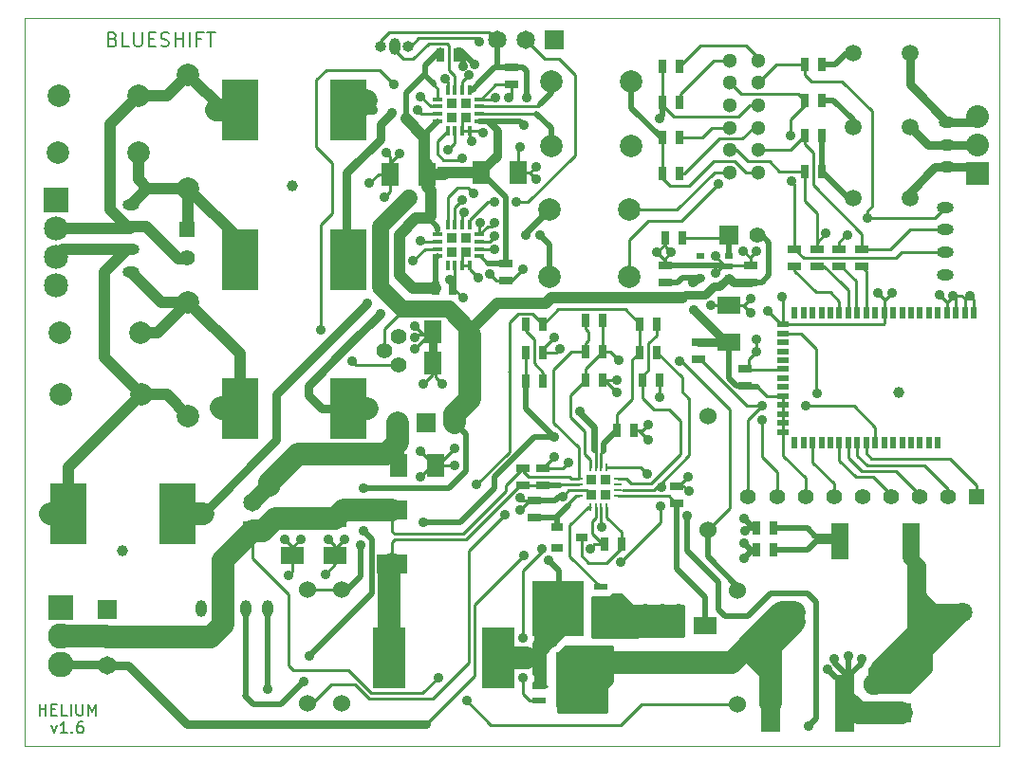
<source format=gtl>
G04 (created by PCBNEW (2013-05-31 BZR 4019)-stable) date 6/10/2014 4:10:54 PM*
%MOIN*%
G04 Gerber Fmt 3.4, Leading zero omitted, Abs format*
%FSLAX34Y34*%
G01*
G70*
G90*
G04 APERTURE LIST*
%ADD10C,0.00590551*%
%ADD11C,0.005*%
%ADD12C,0.0001*%
%ADD13R,0.055X0.055*%
%ADD14C,0.055*%
%ADD15R,0.085X0.085*%
%ADD16C,0.09*%
%ADD17R,0.125984X0.212598*%
%ADD18R,0.0374016X0.0137795*%
%ADD19R,0.0362205X0.0362205*%
%ADD20R,0.0137795X0.0374016*%
%ADD21R,0.065X0.065*%
%ADD22R,0.08X0.08*%
%ADD23C,0.08*%
%ADD24C,0.065*%
%ADD25C,0.06*%
%ADD26R,0.07X0.2*%
%ADD27C,0.0708661*%
%ADD28R,0.0295276X0.00984252*%
%ADD29R,0.00984252X0.0295276*%
%ADD30R,0.0334646X0.0334646*%
%ADD31C,0.0591*%
%ADD32R,0.0393701X0.023622*%
%ADD33R,0.023622X0.0393701*%
%ADD34O,0.0590551X0.0393701*%
%ADD35R,0.0590551X0.0393701*%
%ADD36O,0.0393701X0.0590551*%
%ADD37R,0.114173X0.212598*%
%ADD38R,0.03X0.02*%
%ADD39R,0.0394X0.0315*%
%ADD40R,0.1063X0.0709*%
%ADD41R,0.08X0.06*%
%ADD42R,0.06X0.08*%
%ADD43R,0.025X0.045*%
%ADD44R,0.045X0.025*%
%ADD45R,0.063X0.125*%
%ADD46R,0.181102X0.19685*%
%ADD47R,0.0393701X0.0393701*%
%ADD48R,0.05X0.0240157*%
%ADD49O,0.0393701X0.0393701*%
%ADD50C,0.0787*%
%ADD51C,0.0511811*%
%ADD52C,0.085*%
%ADD53C,0.075*%
%ADD54C,0.0393701*%
%ADD55C,0.0551181*%
%ADD56C,0.035*%
%ADD57C,0.0295276*%
%ADD58C,0.01*%
%ADD59C,0.019685*%
%ADD60C,0.0787402*%
%ADD61C,0.0393701*%
%ADD62C,0.0590551*%
G04 APERTURE END LIST*
G54D10*
G54D11*
X85105Y-23000D02*
X85177Y-23024D01*
X85200Y-23048D01*
X85224Y-23095D01*
X85224Y-23167D01*
X85200Y-23214D01*
X85177Y-23238D01*
X85129Y-23262D01*
X84939Y-23262D01*
X84939Y-22762D01*
X85105Y-22762D01*
X85153Y-22786D01*
X85177Y-22810D01*
X85200Y-22857D01*
X85200Y-22905D01*
X85177Y-22952D01*
X85153Y-22976D01*
X85105Y-23000D01*
X84939Y-23000D01*
X85677Y-23262D02*
X85439Y-23262D01*
X85439Y-22762D01*
X85843Y-22762D02*
X85843Y-23167D01*
X85867Y-23214D01*
X85891Y-23238D01*
X85939Y-23262D01*
X86034Y-23262D01*
X86081Y-23238D01*
X86105Y-23214D01*
X86129Y-23167D01*
X86129Y-22762D01*
X86367Y-23000D02*
X86534Y-23000D01*
X86605Y-23262D02*
X86367Y-23262D01*
X86367Y-22762D01*
X86605Y-22762D01*
X86796Y-23238D02*
X86867Y-23262D01*
X86986Y-23262D01*
X87034Y-23238D01*
X87058Y-23214D01*
X87081Y-23167D01*
X87081Y-23119D01*
X87058Y-23071D01*
X87034Y-23048D01*
X86986Y-23024D01*
X86891Y-23000D01*
X86843Y-22976D01*
X86820Y-22952D01*
X86796Y-22905D01*
X86796Y-22857D01*
X86820Y-22810D01*
X86843Y-22786D01*
X86891Y-22762D01*
X87010Y-22762D01*
X87081Y-22786D01*
X87296Y-23262D02*
X87296Y-22762D01*
X87296Y-23000D02*
X87581Y-23000D01*
X87581Y-23262D02*
X87581Y-22762D01*
X87820Y-23262D02*
X87820Y-22762D01*
X88224Y-23000D02*
X88058Y-23000D01*
X88058Y-23262D02*
X88058Y-22762D01*
X88296Y-22762D01*
X88415Y-22762D02*
X88700Y-22762D01*
X88558Y-23262D02*
X88558Y-22762D01*
G54D12*
X82000Y-47850D02*
X82000Y-22250D01*
G54D10*
X82529Y-46781D02*
X82529Y-46381D01*
X82529Y-46572D02*
X82758Y-46572D01*
X82758Y-46781D02*
X82758Y-46381D01*
X82948Y-46572D02*
X83081Y-46572D01*
X83139Y-46781D02*
X82948Y-46781D01*
X82948Y-46381D01*
X83139Y-46381D01*
X83500Y-46781D02*
X83310Y-46781D01*
X83310Y-46381D01*
X83634Y-46781D02*
X83634Y-46381D01*
X83824Y-46381D02*
X83824Y-46705D01*
X83843Y-46743D01*
X83862Y-46762D01*
X83900Y-46781D01*
X83977Y-46781D01*
X84015Y-46762D01*
X84034Y-46743D01*
X84053Y-46705D01*
X84053Y-46381D01*
X84243Y-46781D02*
X84243Y-46381D01*
X84377Y-46667D01*
X84510Y-46381D01*
X84510Y-46781D01*
X82948Y-47134D02*
X83043Y-47400D01*
X83139Y-47134D01*
X83500Y-47400D02*
X83272Y-47400D01*
X83386Y-47400D02*
X83386Y-47000D01*
X83348Y-47058D01*
X83310Y-47096D01*
X83272Y-47115D01*
X83672Y-47362D02*
X83691Y-47381D01*
X83672Y-47400D01*
X83653Y-47381D01*
X83672Y-47362D01*
X83672Y-47400D01*
X84034Y-47000D02*
X83958Y-47000D01*
X83920Y-47020D01*
X83900Y-47039D01*
X83862Y-47096D01*
X83843Y-47172D01*
X83843Y-47324D01*
X83862Y-47362D01*
X83881Y-47381D01*
X83920Y-47400D01*
X83996Y-47400D01*
X84034Y-47381D01*
X84053Y-47362D01*
X84072Y-47324D01*
X84072Y-47229D01*
X84053Y-47191D01*
X84034Y-47172D01*
X83996Y-47153D01*
X83920Y-47153D01*
X83881Y-47172D01*
X83862Y-47191D01*
X83843Y-47229D01*
G54D12*
X116250Y-47850D02*
X116250Y-47500D01*
X82000Y-47850D02*
X116250Y-47850D01*
X116250Y-22250D02*
X116250Y-47500D01*
X83250Y-22250D02*
X116250Y-22250D01*
X82000Y-22250D02*
X83250Y-22250D01*
G54D13*
X115440Y-39080D03*
G54D14*
X114440Y-39080D03*
X113440Y-39080D03*
X112440Y-39080D03*
X111440Y-39080D03*
X110440Y-39080D03*
X109440Y-39080D03*
X108440Y-39080D03*
X107412Y-39080D03*
G54D15*
X83275Y-43000D03*
G54D16*
X83275Y-44000D03*
X83275Y-45000D03*
G54D17*
X93389Y-25500D03*
X89570Y-25500D03*
X93389Y-30750D03*
X89570Y-30750D03*
G54D18*
X97974Y-25627D03*
G54D19*
X97501Y-25751D03*
X96998Y-25751D03*
X96998Y-25248D03*
X97501Y-25248D03*
G54D18*
X97974Y-25883D03*
X97978Y-25372D03*
X97974Y-25116D03*
G54D20*
X97633Y-24775D03*
X97377Y-24775D03*
X97122Y-24775D03*
X96866Y-24775D03*
X96866Y-26224D03*
X97122Y-26224D03*
X97377Y-26224D03*
X97633Y-26224D03*
G54D18*
X96525Y-25116D03*
X96525Y-25372D03*
X96525Y-25627D03*
X96525Y-25883D03*
G54D21*
X106750Y-29900D03*
G54D14*
X107750Y-29900D03*
G54D13*
X87700Y-29700D03*
G54D14*
X87700Y-30700D03*
G54D22*
X115475Y-27720D03*
G54D23*
X115475Y-26720D03*
X115475Y-25720D03*
G54D21*
X100606Y-23031D03*
G54D24*
X99606Y-23031D03*
X98606Y-23031D03*
G54D21*
X84900Y-43048D03*
G54D24*
X84900Y-44032D03*
X84900Y-45017D03*
G54D25*
X107050Y-46400D03*
X107050Y-42400D03*
G54D26*
X110825Y-46350D03*
X108225Y-46350D03*
G54D18*
X97974Y-30377D03*
G54D19*
X97501Y-30501D03*
G54D18*
X97974Y-30633D03*
X97978Y-30122D03*
X97974Y-29866D03*
G54D20*
X97633Y-29525D03*
X97377Y-29525D03*
X97122Y-29525D03*
X96866Y-29525D03*
X96866Y-30974D03*
X97122Y-30974D03*
X97377Y-30974D03*
X97633Y-30974D03*
G54D18*
X96525Y-29866D03*
X96525Y-30122D03*
X96525Y-30377D03*
X96525Y-30633D03*
G54D19*
X96998Y-30501D03*
X97501Y-29998D03*
X96998Y-29998D03*
G54D27*
X114952Y-43150D03*
X109047Y-43150D03*
G54D28*
X102854Y-38464D03*
X102854Y-38661D03*
X102856Y-38858D03*
X102854Y-39055D03*
G54D29*
X102456Y-38070D03*
X102259Y-38070D03*
X102062Y-38070D03*
X101866Y-38070D03*
G54D28*
X101472Y-38464D03*
X101472Y-38661D03*
X101472Y-38858D03*
X101472Y-39055D03*
G54D29*
X101866Y-39448D03*
X102062Y-39448D03*
X102259Y-39448D03*
X102456Y-39448D03*
G54D30*
X102413Y-39011D03*
X101909Y-39011D03*
X102413Y-38507D03*
X101909Y-38507D03*
G54D31*
X113100Y-28600D03*
X111100Y-28600D03*
X113100Y-23500D03*
X111100Y-23500D03*
G54D32*
X108656Y-33031D03*
X108656Y-33346D03*
X108656Y-33661D03*
X108656Y-33976D03*
X108656Y-34291D03*
X108656Y-34606D03*
X108656Y-34921D03*
X108656Y-35236D03*
X108656Y-35551D03*
X108656Y-35866D03*
X108656Y-36181D03*
X108656Y-36496D03*
X108656Y-36811D03*
G54D33*
X109050Y-37204D03*
X109365Y-37204D03*
X109680Y-37204D03*
X109995Y-37204D03*
X110310Y-37204D03*
X110625Y-37204D03*
X110940Y-37204D03*
X111255Y-37204D03*
X111570Y-37204D03*
X111885Y-37204D03*
X112200Y-37204D03*
X112514Y-37204D03*
X112829Y-37204D03*
X113144Y-37204D03*
X113459Y-37204D03*
X113774Y-37204D03*
X114089Y-37204D03*
X115349Y-32637D03*
X115034Y-32637D03*
X114719Y-32637D03*
X114404Y-32637D03*
X114089Y-32637D03*
X113774Y-32637D03*
X113459Y-32637D03*
X113144Y-32637D03*
X112829Y-32637D03*
X112514Y-32637D03*
X112200Y-32637D03*
X111885Y-32637D03*
X111570Y-32637D03*
X111255Y-32637D03*
X110940Y-32637D03*
X110625Y-32637D03*
X110310Y-32637D03*
X109995Y-32637D03*
X109680Y-32637D03*
X109365Y-32637D03*
X109050Y-32637D03*
G54D34*
X85750Y-29606D03*
X85750Y-30393D03*
X85750Y-31181D03*
X85750Y-28818D03*
G54D24*
X112800Y-45700D03*
G54D21*
X112800Y-46700D03*
G54D35*
X96803Y-27700D03*
X97393Y-27700D03*
G54D21*
X90000Y-40300D03*
G54D24*
X90000Y-39300D03*
G54D36*
X88981Y-43025D03*
X89768Y-43025D03*
X90556Y-43025D03*
X88193Y-43025D03*
G54D24*
X95100Y-36500D03*
G54D21*
X96100Y-36500D03*
G54D24*
X97100Y-36500D03*
G54D37*
X98641Y-44763D03*
X94822Y-44763D03*
G54D17*
X93389Y-36000D03*
X89570Y-36000D03*
X87369Y-39680D03*
X83550Y-39680D03*
G54D38*
X106750Y-31375D03*
X106750Y-30625D03*
X105750Y-31375D03*
X106750Y-31000D03*
X105750Y-30625D03*
G54D39*
X101563Y-40525D03*
X100697Y-40900D03*
X100697Y-40150D03*
G54D40*
X94911Y-39564D03*
X94911Y-41454D03*
G54D41*
X91411Y-39859D03*
X91411Y-41159D03*
G54D42*
X96150Y-27750D03*
X94850Y-27750D03*
X97650Y-34400D03*
X96350Y-34400D03*
X95150Y-38000D03*
X96450Y-38000D03*
X98050Y-27700D03*
X99350Y-27700D03*
G54D41*
X92911Y-39859D03*
X92911Y-41159D03*
G54D42*
X97650Y-33300D03*
X96350Y-33300D03*
G54D41*
X106750Y-33650D03*
X106750Y-32350D03*
X105911Y-44909D03*
X105911Y-43609D03*
X103411Y-44909D03*
X103411Y-43609D03*
X104661Y-44909D03*
X104661Y-43609D03*
G54D43*
X105020Y-25210D03*
X104420Y-25210D03*
X96600Y-23550D03*
X97200Y-23550D03*
X102802Y-36763D03*
X103402Y-36763D03*
G54D44*
X99911Y-39809D03*
X99911Y-39209D03*
X107500Y-31550D03*
X107500Y-30950D03*
X104500Y-31550D03*
X104500Y-30950D03*
X105688Y-34248D03*
X105688Y-33648D03*
G54D43*
X110000Y-23900D03*
X109400Y-23900D03*
X110000Y-27650D03*
X109400Y-27650D03*
X110000Y-25150D03*
X109400Y-25150D03*
G54D44*
X111409Y-30385D03*
X111409Y-30985D03*
X110621Y-30385D03*
X110621Y-30985D03*
X109834Y-30385D03*
X109834Y-30985D03*
X109046Y-30385D03*
X109046Y-30985D03*
G54D43*
X105020Y-27710D03*
X104420Y-27710D03*
X105020Y-26460D03*
X104420Y-26460D03*
X105020Y-23960D03*
X104420Y-23960D03*
X110000Y-26400D03*
X109400Y-26400D03*
X100211Y-33009D03*
X99611Y-33009D03*
G54D44*
X107300Y-35200D03*
X107300Y-34600D03*
G54D43*
X108300Y-40200D03*
X107700Y-40200D03*
X100211Y-35009D03*
X99611Y-35009D03*
G54D44*
X100200Y-38700D03*
X100200Y-38100D03*
X99500Y-38700D03*
X99500Y-38100D03*
G54D43*
X102361Y-40759D03*
X102961Y-40759D03*
X108300Y-40950D03*
X107700Y-40950D03*
X101700Y-34000D03*
X102300Y-34000D03*
G54D44*
X104911Y-39309D03*
X104911Y-38709D03*
G54D43*
X101700Y-35000D03*
X102300Y-35000D03*
X101700Y-32900D03*
X102300Y-32900D03*
X99611Y-34009D03*
X100211Y-34009D03*
X103611Y-33009D03*
X104211Y-33009D03*
X103700Y-35000D03*
X104300Y-35000D03*
G54D44*
X99100Y-24000D03*
X99100Y-24600D03*
X98900Y-30900D03*
X98900Y-31500D03*
G54D43*
X103611Y-34009D03*
X104211Y-34009D03*
X96450Y-31750D03*
X97050Y-31750D03*
G54D45*
X113155Y-40650D03*
X110645Y-40650D03*
G54D25*
X93150Y-42350D03*
X93150Y-46350D03*
X106000Y-40250D03*
X106000Y-36250D03*
X91950Y-46350D03*
X91950Y-42350D03*
G54D46*
X101574Y-45509D03*
G54D47*
X102039Y-46001D03*
X102039Y-45509D03*
X102039Y-45017D03*
G54D48*
X100088Y-46261D03*
X100088Y-44757D03*
X100088Y-45259D03*
X100088Y-45759D03*
G54D46*
X100748Y-43009D03*
G54D47*
X100283Y-42517D03*
X100283Y-43009D03*
X100283Y-43501D03*
G54D48*
X102234Y-42257D03*
X102234Y-43761D03*
X102234Y-43259D03*
X102234Y-42759D03*
G54D49*
X94507Y-23250D03*
G54D36*
X95000Y-23250D03*
G54D49*
X95492Y-23250D03*
G54D34*
X114425Y-26713D03*
X114425Y-25926D03*
X114425Y-27501D03*
G54D50*
X87750Y-36250D03*
X87750Y-32250D03*
X87750Y-28250D03*
X87750Y-24250D03*
G54D51*
X106777Y-23751D03*
X106777Y-24538D03*
X106777Y-25326D03*
X106777Y-26113D03*
X106777Y-26901D03*
X106777Y-27688D03*
X107762Y-27688D03*
X107762Y-26901D03*
X107762Y-26113D03*
X107762Y-25326D03*
X107762Y-24538D03*
X107762Y-23751D03*
G54D50*
X100500Y-26750D03*
X103311Y-26750D03*
X100500Y-24500D03*
X103311Y-24500D03*
X103240Y-31360D03*
X100428Y-31360D03*
X103250Y-29000D03*
X100438Y-29000D03*
X86100Y-35500D03*
X83288Y-35500D03*
X83250Y-33325D03*
X86061Y-33325D03*
X83200Y-25000D03*
X86011Y-25000D03*
X86000Y-27000D03*
X83188Y-27000D03*
G54D31*
X113100Y-26075D03*
X111100Y-26075D03*
G54D43*
X105100Y-30000D03*
X104500Y-30000D03*
G54D15*
X83100Y-28650D03*
G54D52*
X83100Y-29650D03*
X83100Y-30650D03*
X83100Y-31650D03*
G54D53*
X111850Y-45700D03*
G54D22*
X111850Y-46700D03*
G54D54*
X91400Y-28150D03*
X112700Y-35425D03*
X85450Y-40975D03*
G54D34*
X114340Y-30493D03*
X114340Y-29706D03*
X114340Y-28918D03*
X114340Y-31281D03*
G54D55*
X95150Y-34460D03*
X94650Y-33960D03*
X95150Y-33460D03*
G54D56*
X96660Y-35120D03*
X96020Y-35120D03*
X95700Y-33900D03*
X110950Y-44700D03*
X110450Y-44800D03*
X111400Y-44800D03*
X110200Y-45150D03*
X107275Y-39850D03*
X107300Y-40300D03*
X107275Y-40725D03*
X107275Y-41250D03*
X100600Y-33500D03*
X100800Y-33900D03*
X97100Y-38000D03*
X97100Y-37400D03*
X95900Y-38400D03*
X95900Y-37500D03*
X100900Y-39080D03*
X107700Y-33550D03*
X107700Y-34000D03*
X97598Y-24271D03*
X97425Y-23950D03*
X97795Y-23877D03*
X97450Y-29100D03*
X97400Y-32100D03*
X96950Y-31450D03*
X107250Y-30450D03*
X107700Y-30450D03*
X106120Y-32360D03*
X106260Y-31240D03*
X106260Y-30640D03*
X94635Y-28565D03*
X94125Y-28060D03*
X99400Y-39560D03*
X99420Y-39120D03*
X102760Y-42760D03*
X102738Y-43761D03*
X102760Y-43280D03*
X103200Y-43020D03*
X103800Y-43020D03*
X104400Y-43020D03*
X104980Y-43020D03*
X92560Y-41820D03*
X91280Y-41860D03*
X93240Y-40580D03*
X92680Y-40580D03*
X91700Y-40580D03*
X91140Y-40580D03*
X95180Y-27020D03*
X94720Y-27000D03*
X115200Y-32020D03*
X114620Y-32020D03*
X112480Y-31920D03*
X111960Y-31920D03*
X108120Y-32560D03*
X108600Y-32060D03*
X107500Y-32120D03*
X107520Y-32620D03*
X95700Y-33500D03*
X95700Y-33100D03*
X96880Y-26900D03*
X104220Y-30500D03*
X104720Y-30500D03*
X114150Y-32000D03*
X96535Y-45452D03*
X97527Y-46267D03*
X99559Y-41157D03*
X102956Y-41397D03*
X104350Y-39425D03*
X104362Y-38748D03*
X97975Y-23100D03*
X99400Y-26800D03*
X103913Y-37094D03*
X103913Y-36547D03*
X105307Y-38381D03*
X97942Y-31397D03*
X98356Y-31269D03*
X101100Y-37900D03*
X100600Y-37700D03*
X99960Y-27480D03*
X99960Y-27920D03*
X102800Y-35440D03*
X97700Y-26600D03*
X99000Y-25050D03*
X98550Y-25050D03*
X98525Y-29450D03*
X98000Y-29450D03*
X98100Y-26300D03*
X105350Y-38875D03*
X102800Y-35000D03*
X104300Y-35600D03*
X99500Y-31100D03*
X99291Y-28740D03*
X98503Y-28740D03*
X109437Y-35901D03*
X107905Y-35897D03*
X111600Y-29300D03*
X110920Y-29880D03*
X99625Y-29875D03*
X98525Y-29925D03*
X100100Y-29900D03*
X98500Y-30400D03*
X105019Y-34318D03*
X102870Y-34299D03*
X94900Y-25600D03*
X95800Y-25500D03*
X94500Y-32650D03*
X95900Y-30100D03*
X94050Y-32300D03*
X95650Y-30800D03*
X97380Y-27180D03*
X97380Y-28660D03*
X96000Y-40000D03*
X93800Y-40800D03*
X100600Y-36980D03*
X101500Y-36100D03*
X90535Y-45854D03*
X103874Y-38303D03*
X105267Y-39763D03*
X109550Y-47150D03*
X94250Y-25500D03*
X95925Y-25025D03*
X104300Y-25800D03*
X106360Y-28080D03*
X110140Y-29840D03*
X107905Y-36385D03*
X109842Y-35468D03*
X94980Y-24600D03*
X92420Y-33240D03*
X93500Y-34320D03*
X96760Y-24400D03*
X97760Y-28420D03*
X99655Y-25049D03*
X99537Y-26023D03*
X108920Y-26380D03*
X108940Y-27980D03*
X100420Y-41320D03*
X101875Y-40910D03*
X102283Y-40167D03*
X100187Y-40935D03*
X99517Y-44055D03*
X99517Y-45462D03*
X97881Y-38661D03*
X98881Y-39740D03*
X91800Y-45600D03*
X93900Y-38800D03*
X93900Y-40300D03*
X92000Y-44700D03*
X95085Y-29005D03*
X95500Y-28600D03*
X96800Y-27700D03*
X105500Y-32520D03*
X105480Y-31560D03*
G54D57*
X96350Y-34400D02*
X96350Y-33300D01*
G54D58*
X96350Y-34400D02*
X96350Y-34790D01*
X96440Y-34490D02*
X96350Y-34400D01*
X96440Y-34900D02*
X96440Y-34490D01*
X96660Y-35120D02*
X96440Y-34900D01*
X96350Y-34790D02*
X96020Y-35120D01*
X96200Y-33400D02*
X95700Y-33900D01*
X96350Y-33400D02*
X96200Y-33400D01*
G54D59*
X110950Y-46350D02*
X110950Y-44700D01*
X110450Y-44800D02*
X110450Y-44925D01*
X110450Y-44925D02*
X110950Y-45425D01*
X110950Y-45425D02*
X110950Y-46350D01*
X111400Y-44800D02*
X111400Y-44950D01*
X111400Y-44950D02*
X110950Y-45400D01*
X110950Y-45400D02*
X110950Y-46350D01*
X110350Y-45300D02*
X110500Y-45450D01*
X110200Y-45150D02*
X110350Y-45300D01*
X110950Y-45850D02*
X110950Y-46350D01*
X110550Y-45450D02*
X110950Y-45850D01*
X110500Y-45450D02*
X110550Y-45450D01*
X110950Y-46350D02*
X110950Y-45925D01*
X110950Y-46350D02*
X110950Y-46075D01*
X110875Y-46350D02*
X110950Y-46350D01*
G54D60*
X111825Y-46700D02*
X111300Y-46700D01*
X111300Y-46700D02*
X110950Y-46350D01*
G54D59*
X107700Y-40200D02*
X107400Y-40200D01*
X107625Y-40200D02*
X107700Y-40200D01*
X107275Y-39850D02*
X107625Y-40200D01*
X107400Y-40200D02*
X107300Y-40300D01*
X107700Y-40950D02*
X107575Y-40950D01*
X107500Y-40950D02*
X107700Y-40950D01*
X107275Y-40725D02*
X107500Y-40950D01*
X107575Y-40950D02*
X107275Y-41250D01*
G54D60*
X112800Y-46700D02*
X111825Y-46700D01*
X111825Y-46700D02*
X111900Y-46700D01*
G54D59*
X110950Y-46350D02*
X110950Y-45450D01*
X110950Y-45400D02*
X110950Y-46350D01*
G54D58*
X100211Y-34009D02*
X100690Y-34009D01*
X100211Y-33888D02*
X100211Y-34009D01*
X100600Y-33500D02*
X100211Y-33888D01*
X100690Y-34009D02*
X100800Y-33900D01*
X96450Y-38000D02*
X96500Y-38000D01*
X97100Y-38000D02*
X96450Y-38000D01*
X96500Y-38000D02*
X97100Y-37400D01*
X96450Y-38000D02*
X96400Y-38000D01*
X96300Y-38000D02*
X96450Y-38000D01*
X95900Y-38400D02*
X96300Y-38000D01*
X96400Y-38000D02*
X95900Y-37500D01*
X115034Y-32637D02*
X115034Y-32134D01*
X114920Y-32020D02*
X114620Y-32020D01*
X115034Y-32134D02*
X114920Y-32020D01*
X114404Y-32637D02*
X114404Y-32254D01*
G54D59*
X100900Y-39080D02*
X100770Y-39080D01*
G54D58*
X101121Y-38858D02*
X100900Y-39080D01*
X101472Y-38858D02*
X101121Y-38858D01*
G54D59*
X100640Y-39209D02*
X99911Y-39209D01*
X100770Y-39080D02*
X100640Y-39209D01*
G54D58*
X107437Y-34262D02*
X107700Y-34000D01*
X107437Y-34609D02*
X107437Y-34262D01*
X107700Y-34000D02*
X107700Y-33550D01*
X115200Y-32020D02*
X115180Y-32020D01*
X115034Y-32165D02*
X115034Y-32637D01*
X115180Y-32020D02*
X115034Y-32165D01*
X114600Y-32000D02*
X114600Y-32050D01*
X114404Y-32245D02*
X114404Y-32637D01*
X114600Y-32050D02*
X114404Y-32245D01*
X107437Y-34609D02*
X108653Y-34609D01*
X108653Y-34609D02*
X108656Y-34606D01*
X97377Y-24492D02*
X97598Y-24271D01*
X97377Y-24775D02*
X97377Y-24492D01*
G54D59*
X97200Y-23400D02*
X97317Y-23400D01*
X97381Y-23581D02*
X97200Y-23400D01*
X97444Y-23930D02*
X97381Y-23581D01*
X97425Y-23950D02*
X97444Y-23930D01*
X97317Y-23400D02*
X97795Y-23877D01*
G54D58*
X97377Y-29525D02*
X97377Y-29172D01*
X97377Y-29172D02*
X97450Y-29100D01*
X97050Y-31750D02*
X97050Y-31550D01*
X97400Y-32100D02*
X97050Y-31750D01*
X97050Y-31550D02*
X96950Y-31450D01*
X107500Y-30950D02*
X107500Y-30650D01*
X107500Y-30700D02*
X107500Y-30950D01*
X107250Y-30450D02*
X107500Y-30700D01*
X107500Y-30650D02*
X107700Y-30450D01*
X106750Y-32350D02*
X106130Y-32350D01*
X106130Y-32350D02*
X106120Y-32360D01*
X106750Y-31000D02*
X106620Y-31000D01*
X106260Y-31240D02*
X106500Y-31000D01*
X106620Y-31000D02*
X106260Y-30640D01*
X94850Y-27750D02*
X94435Y-27750D01*
X94850Y-28350D02*
X94850Y-27750D01*
X94635Y-28565D02*
X94850Y-28350D01*
X94435Y-27750D02*
X94125Y-28060D01*
X99911Y-39209D02*
X99509Y-39209D01*
X99750Y-39209D02*
X99911Y-39209D01*
X99400Y-39560D02*
X99750Y-39209D01*
X99509Y-39209D02*
X99420Y-39120D01*
X102234Y-42759D02*
X102759Y-42759D01*
X102759Y-42759D02*
X102760Y-42760D01*
X102234Y-43259D02*
X102739Y-43259D01*
X102760Y-43280D02*
X102739Y-43259D01*
X102234Y-43761D02*
X102738Y-43761D01*
X102738Y-43761D02*
X102740Y-43760D01*
X103411Y-43609D02*
X103411Y-43408D01*
X103411Y-43231D02*
X103411Y-43609D01*
X103200Y-43020D02*
X103411Y-43231D01*
X103411Y-43408D02*
X103800Y-43020D01*
X104661Y-43609D02*
X104661Y-43338D01*
X104661Y-43281D02*
X104661Y-43609D01*
X104400Y-43020D02*
X104661Y-43281D01*
X104661Y-43338D02*
X104980Y-43020D01*
X92911Y-41159D02*
X92911Y-41468D01*
X92911Y-41468D02*
X92560Y-41820D01*
X91411Y-41159D02*
X91411Y-41728D01*
X91411Y-41728D02*
X91280Y-41860D01*
X92911Y-41159D02*
X92911Y-40811D01*
X92911Y-40908D02*
X92911Y-41159D01*
X93240Y-40580D02*
X92911Y-40908D01*
X92911Y-40811D02*
X92680Y-40580D01*
X91411Y-41159D02*
X91411Y-40851D01*
X91411Y-40868D02*
X91411Y-41159D01*
X91700Y-40580D02*
X91411Y-40868D01*
X91411Y-40851D02*
X91140Y-40580D01*
X94850Y-27750D02*
X94850Y-27130D01*
X94850Y-27350D02*
X94850Y-27750D01*
X95180Y-27020D02*
X94850Y-27350D01*
X94850Y-27130D02*
X94720Y-27000D01*
X114719Y-32637D02*
X114719Y-32119D01*
X114719Y-32119D02*
X114600Y-32000D01*
X114600Y-32000D02*
X114620Y-32020D01*
X115349Y-32637D02*
X115349Y-32169D01*
X115349Y-32169D02*
X115200Y-32020D01*
X112200Y-32637D02*
X112200Y-32160D01*
X112200Y-32200D02*
X112200Y-32637D01*
X112480Y-31920D02*
X112200Y-32200D01*
X112200Y-32160D02*
X111960Y-31920D01*
X108656Y-33031D02*
X108656Y-32116D01*
X108591Y-33031D02*
X108656Y-33031D01*
X108120Y-32560D02*
X108591Y-33031D01*
X108656Y-32116D02*
X108600Y-32060D01*
X104500Y-30950D02*
X104500Y-30720D01*
X104500Y-30780D02*
X104500Y-30950D01*
X106750Y-32350D02*
X107270Y-32350D01*
X107270Y-32350D02*
X107500Y-32120D01*
X107250Y-32350D02*
X106750Y-32350D01*
X107520Y-32620D02*
X107250Y-32350D01*
X96350Y-33400D02*
X96000Y-33400D01*
X95800Y-33400D02*
X96350Y-33400D01*
X95700Y-33500D02*
X95800Y-33400D01*
X96000Y-33400D02*
X95700Y-33100D01*
G54D59*
X104500Y-30950D02*
X106450Y-30950D01*
X106500Y-31000D02*
X106750Y-31000D01*
X106450Y-30950D02*
X106500Y-31000D01*
G54D58*
X107500Y-30950D02*
X106800Y-30950D01*
X106800Y-30950D02*
X106750Y-31000D01*
X101472Y-38858D02*
X101755Y-38858D01*
X101755Y-38858D02*
X101909Y-39011D01*
X108656Y-33031D02*
X112168Y-33031D01*
X112200Y-33000D02*
X112200Y-32637D01*
X112168Y-33031D02*
X112200Y-33000D01*
X97122Y-26224D02*
X97122Y-26657D01*
X97122Y-26657D02*
X96880Y-26900D01*
X97122Y-30974D02*
X97122Y-31677D01*
X97122Y-31677D02*
X97050Y-31750D01*
X104720Y-30500D02*
X104700Y-30500D01*
X104500Y-30300D02*
X104500Y-30000D01*
X104700Y-30500D02*
X104500Y-30300D01*
X104500Y-30000D02*
X104500Y-30220D01*
X104500Y-30220D02*
X104220Y-30500D01*
X104220Y-30500D02*
X104500Y-30780D01*
X104500Y-30720D02*
X104720Y-30500D01*
X114404Y-32254D02*
X114150Y-32000D01*
G54D60*
X83275Y-44000D02*
X84867Y-44000D01*
X84867Y-44000D02*
X84900Y-44032D01*
X84900Y-44032D02*
X88542Y-44032D01*
X88542Y-44032D02*
X88550Y-44025D01*
X88550Y-44025D02*
X88981Y-43593D01*
X88981Y-43593D02*
X88981Y-43025D01*
X90000Y-40300D02*
X90375Y-40300D01*
X90815Y-39859D02*
X91411Y-39859D01*
X90375Y-40300D02*
X90815Y-39859D01*
G54D58*
X91431Y-45181D02*
X91275Y-45025D01*
X107050Y-46400D02*
X103661Y-46397D01*
X94192Y-45996D02*
X93377Y-45181D01*
X95992Y-45996D02*
X94192Y-45996D01*
X96535Y-45452D02*
X95992Y-45996D01*
X98374Y-47114D02*
X97527Y-46267D01*
X102944Y-47114D02*
X98374Y-47114D01*
X103661Y-46397D02*
X102944Y-47114D01*
X93377Y-45181D02*
X91431Y-45181D01*
X90000Y-41250D02*
X90000Y-40300D01*
X91275Y-42525D02*
X90000Y-41250D01*
X91275Y-45025D02*
X91275Y-42525D01*
G54D60*
X88981Y-41318D02*
X90000Y-40300D01*
X88981Y-43025D02*
X88981Y-41318D01*
G54D58*
X99500Y-38100D02*
X98900Y-38700D01*
X94911Y-40311D02*
X95000Y-40400D01*
X95000Y-40400D02*
X97300Y-40400D01*
X94911Y-40311D02*
X94911Y-39564D01*
X97400Y-40400D02*
X97300Y-40400D01*
X98900Y-38900D02*
X97400Y-40400D01*
X98900Y-38800D02*
X98900Y-38900D01*
X98900Y-38700D02*
X98900Y-38800D01*
X99500Y-38100D02*
X99500Y-38200D01*
X100200Y-38400D02*
X101150Y-38400D01*
X101150Y-38400D02*
X101214Y-38464D01*
X101214Y-38464D02*
X101472Y-38464D01*
X99700Y-38400D02*
X100200Y-38400D01*
X99500Y-38200D02*
X99700Y-38400D01*
X101472Y-38464D02*
X101472Y-37370D01*
X101472Y-37370D02*
X100582Y-36480D01*
X100582Y-36480D02*
X100582Y-34625D01*
X100582Y-34625D02*
X101208Y-34000D01*
X101208Y-34000D02*
X101700Y-34000D01*
G54D61*
X91090Y-39859D02*
X91411Y-39859D01*
G54D60*
X92911Y-39859D02*
X91411Y-39859D01*
X94911Y-39564D02*
X93206Y-39564D01*
X93206Y-39564D02*
X92911Y-39859D01*
G54D58*
X101700Y-34000D02*
X101700Y-33700D01*
X101700Y-33200D02*
X101700Y-32900D01*
X101800Y-33300D02*
X101700Y-33200D01*
X101800Y-33600D02*
X101800Y-33300D01*
X101700Y-33700D02*
X101800Y-33600D01*
X99500Y-38100D02*
X99600Y-38100D01*
X99300Y-38100D02*
X99500Y-38100D01*
G54D62*
X92911Y-39859D02*
X93206Y-39564D01*
G54D59*
X94911Y-39564D02*
X93206Y-39564D01*
G54D57*
X83275Y-45000D02*
X84882Y-45000D01*
X84882Y-45000D02*
X84900Y-45017D01*
X85649Y-45027D02*
X84910Y-45027D01*
X84910Y-45027D02*
X84900Y-45017D01*
X85649Y-45027D02*
X87700Y-47078D01*
X87700Y-47078D02*
X96118Y-47078D01*
G54D58*
X96118Y-47078D02*
X97811Y-45385D01*
X97811Y-45385D02*
X97811Y-42905D01*
X97811Y-42905D02*
X99559Y-41157D01*
X102956Y-41397D02*
X104350Y-40003D01*
X104350Y-40003D02*
X104350Y-39425D01*
X104362Y-38748D02*
X104309Y-38694D01*
X104309Y-38694D02*
X104285Y-38694D01*
G54D57*
X85647Y-45025D02*
X85649Y-45027D01*
G54D58*
X103003Y-38858D02*
X104122Y-38858D01*
X105098Y-34896D02*
X104211Y-34009D01*
X105098Y-35389D02*
X105098Y-34896D01*
X105358Y-35649D02*
X105098Y-35389D01*
X105358Y-37622D02*
X105358Y-35649D01*
X104122Y-38858D02*
X104285Y-38694D01*
X104285Y-38694D02*
X104332Y-38647D01*
X104332Y-38647D02*
X105358Y-37622D01*
X95492Y-23250D02*
X95575Y-23250D01*
X97850Y-22950D02*
X97975Y-23100D01*
X95850Y-22950D02*
X97850Y-22950D01*
X95575Y-23250D02*
X95850Y-22950D01*
X99350Y-27700D02*
X99350Y-26850D01*
X99350Y-26850D02*
X99400Y-26800D01*
X103402Y-36763D02*
X103696Y-36763D01*
X103582Y-36763D02*
X103402Y-36763D01*
X103913Y-37094D02*
X103582Y-36763D01*
X103696Y-36763D02*
X103913Y-36547D01*
X104911Y-38709D02*
X104979Y-38709D01*
X104979Y-38709D02*
X105307Y-38381D01*
X98900Y-31500D02*
X98586Y-31500D01*
X97633Y-31088D02*
X97633Y-30974D01*
X97942Y-31397D02*
X97633Y-31088D01*
X98586Y-31500D02*
X98356Y-31269D01*
X97377Y-26224D02*
X97377Y-25875D01*
X97377Y-25875D02*
X97501Y-25751D01*
X98900Y-31500D02*
X99100Y-31500D01*
X99100Y-31500D02*
X99500Y-31100D01*
X100200Y-38100D02*
X100500Y-37800D01*
X100900Y-38100D02*
X100200Y-38100D01*
X101100Y-37900D02*
X100900Y-38100D01*
X100500Y-37800D02*
X100600Y-37700D01*
X97377Y-30974D02*
X97377Y-30625D01*
X97377Y-30625D02*
X97501Y-30501D01*
X97633Y-26224D02*
X97377Y-26224D01*
X97633Y-30974D02*
X97377Y-30974D01*
X99350Y-27700D02*
X99740Y-27700D01*
X99740Y-27700D02*
X99960Y-27480D01*
X99960Y-27920D02*
X99740Y-27700D01*
X102300Y-35000D02*
X102360Y-35000D01*
X102360Y-35000D02*
X102800Y-35440D01*
X97633Y-26224D02*
X97633Y-26533D01*
X97633Y-26533D02*
X97700Y-26600D01*
X99100Y-24600D02*
X99100Y-24950D01*
X99100Y-24950D02*
X99000Y-25050D01*
X97974Y-25116D02*
X98483Y-25116D01*
X98483Y-25116D02*
X98550Y-25050D01*
X97974Y-29866D02*
X97974Y-29475D01*
X98265Y-29575D02*
X97974Y-29866D01*
X98400Y-29575D02*
X98265Y-29575D01*
X98525Y-29450D02*
X98400Y-29575D01*
X97974Y-29475D02*
X98000Y-29450D01*
X97633Y-26224D02*
X98024Y-26224D01*
X98024Y-26224D02*
X98100Y-26300D01*
X104911Y-38709D02*
X105129Y-38709D01*
X105129Y-38709D02*
X105350Y-38875D01*
X102800Y-35000D02*
X102300Y-35000D01*
X104300Y-35000D02*
X104300Y-35600D01*
X97974Y-25116D02*
X98033Y-25116D01*
X98550Y-24600D02*
X99100Y-24600D01*
X98033Y-25116D02*
X98550Y-24600D01*
X97633Y-29525D02*
X97633Y-29374D01*
X100275Y-23700D02*
X99606Y-23031D01*
X100787Y-23700D02*
X100275Y-23700D01*
X101338Y-24251D02*
X100787Y-23700D01*
X101338Y-27086D02*
X101338Y-24251D01*
X99685Y-28740D02*
X101338Y-27086D01*
X99606Y-28740D02*
X99685Y-28740D01*
X99291Y-28740D02*
X99606Y-28740D01*
X98267Y-28740D02*
X98503Y-28740D01*
X97633Y-29374D02*
X98267Y-28740D01*
X105020Y-27710D02*
X105190Y-27710D01*
X107606Y-26113D02*
X107220Y-26500D01*
X107606Y-26113D02*
X107762Y-26113D01*
X107220Y-26500D02*
X106400Y-26500D01*
X106400Y-26500D02*
X105470Y-27430D01*
X105190Y-27710D02*
X105470Y-27430D01*
G54D61*
X85750Y-30393D02*
X83356Y-30393D01*
X83356Y-30393D02*
X83100Y-30650D01*
X86100Y-35500D02*
X84800Y-34200D01*
X85606Y-30393D02*
X85750Y-30393D01*
X84800Y-31200D02*
X85606Y-30393D01*
X84800Y-34200D02*
X84800Y-31200D01*
X86100Y-35500D02*
X87000Y-35500D01*
X87000Y-35500D02*
X87750Y-36250D01*
X83550Y-39680D02*
X83550Y-38049D01*
X83550Y-38049D02*
X86100Y-35500D01*
G54D60*
X83550Y-39680D02*
X82920Y-39680D01*
X82920Y-39680D02*
X82900Y-39700D01*
G54D61*
X86061Y-33325D02*
X86675Y-33325D01*
X86675Y-33325D02*
X87750Y-32250D01*
X87750Y-32250D02*
X86818Y-32250D01*
X86818Y-32250D02*
X85750Y-31181D01*
X89570Y-36000D02*
X89570Y-34070D01*
X89570Y-34070D02*
X87750Y-32250D01*
G54D60*
X89570Y-36000D02*
X88950Y-36000D01*
X88950Y-36000D02*
X88900Y-35950D01*
G54D58*
X110940Y-32637D02*
X110940Y-31840D01*
X110940Y-31840D02*
X110700Y-31600D01*
X109834Y-30985D02*
X110085Y-30985D01*
X110085Y-30985D02*
X110700Y-31600D01*
X114440Y-39080D02*
X114440Y-38840D01*
X111255Y-37655D02*
X111255Y-37204D01*
X111600Y-38000D02*
X111255Y-37655D01*
X113600Y-38000D02*
X111600Y-38000D01*
X114440Y-38840D02*
X113600Y-38000D01*
X113440Y-39080D02*
X113440Y-39040D01*
X110940Y-37740D02*
X110940Y-37204D01*
X111400Y-38200D02*
X110940Y-37740D01*
X112600Y-38200D02*
X111400Y-38200D01*
X113440Y-39040D02*
X112600Y-38200D01*
X112440Y-39080D02*
X112440Y-39040D01*
X110625Y-37825D02*
X110625Y-37204D01*
X111200Y-38400D02*
X110625Y-37825D01*
X111800Y-38400D02*
X111200Y-38400D01*
X112440Y-39040D02*
X111800Y-38400D01*
X107412Y-39080D02*
X107412Y-36390D01*
X107412Y-36390D02*
X107905Y-35897D01*
X105688Y-34248D02*
X105740Y-34248D01*
X111885Y-36656D02*
X111885Y-37204D01*
X111129Y-35901D02*
X111885Y-36656D01*
X109437Y-35901D02*
X111129Y-35901D01*
X107389Y-35897D02*
X107905Y-35897D01*
X105740Y-34248D02*
X107389Y-35897D01*
X111570Y-32637D02*
X111570Y-31146D01*
X111570Y-31146D02*
X111409Y-30985D01*
G54D57*
X114425Y-26713D02*
X115468Y-26713D01*
X115468Y-26713D02*
X115475Y-26720D01*
X114425Y-26713D02*
X113738Y-26713D01*
X113738Y-26713D02*
X113100Y-26075D01*
G54D58*
X111200Y-31500D02*
X111200Y-32582D01*
X111200Y-32582D02*
X111255Y-32637D01*
X110621Y-30985D02*
X110685Y-30985D01*
X110685Y-30985D02*
X111200Y-31500D01*
X109046Y-30985D02*
X109046Y-31146D01*
X110625Y-32225D02*
X110625Y-32637D01*
X110300Y-31900D02*
X110625Y-32225D01*
X109800Y-31900D02*
X110300Y-31900D01*
X109046Y-31146D02*
X109800Y-31900D01*
X115440Y-39080D02*
X115440Y-38690D01*
X111570Y-37570D02*
X111570Y-37204D01*
X111750Y-37750D02*
X111570Y-37570D01*
X114500Y-37750D02*
X111750Y-37750D01*
X115440Y-38690D02*
X114500Y-37750D01*
X111600Y-29300D02*
X111600Y-29040D01*
X109400Y-24260D02*
X109400Y-23900D01*
X109640Y-24500D02*
X109400Y-24260D01*
X110720Y-24500D02*
X109640Y-24500D01*
X111760Y-25540D02*
X110720Y-24500D01*
X111760Y-28880D02*
X111760Y-25540D01*
X111600Y-29040D02*
X111760Y-28880D01*
X110621Y-30385D02*
X110621Y-30118D01*
X113978Y-29280D02*
X114340Y-28918D01*
X111620Y-29280D02*
X113978Y-29280D01*
X111600Y-29300D02*
X111620Y-29280D01*
X110860Y-29880D02*
X110920Y-29880D01*
X110621Y-30118D02*
X110860Y-29880D01*
X109400Y-23900D02*
X108401Y-23900D01*
X108401Y-23900D02*
X107762Y-24538D01*
X109400Y-23900D02*
X109320Y-23900D01*
G54D59*
X100500Y-26750D02*
X100500Y-26140D01*
X100500Y-26140D02*
X99987Y-25627D01*
G54D58*
X97974Y-25627D02*
X99987Y-25627D01*
G54D59*
X100500Y-24500D02*
X100500Y-24900D01*
X100100Y-25300D02*
X100100Y-25304D01*
X100500Y-24900D02*
X100100Y-25300D01*
G54D58*
X97978Y-25372D02*
X100032Y-25372D01*
X100032Y-25372D02*
X100100Y-25304D01*
G54D59*
X99600Y-29900D02*
X99600Y-29838D01*
X99600Y-29838D02*
X100438Y-29000D01*
G54D58*
X97978Y-30122D02*
X98352Y-30122D01*
X99625Y-29875D02*
X99600Y-29900D01*
X99600Y-29900D02*
X100500Y-29000D01*
X98525Y-29950D02*
X98525Y-29925D01*
X98352Y-30122D02*
X98525Y-29950D01*
G54D59*
X100428Y-31360D02*
X100428Y-30891D01*
X100428Y-30891D02*
X100438Y-30881D01*
X100438Y-31000D02*
X100438Y-30881D01*
X100438Y-30881D02*
X100438Y-30238D01*
X100438Y-30238D02*
X100100Y-29900D01*
G54D58*
X97974Y-30377D02*
X98477Y-30377D01*
X100100Y-29900D02*
X100438Y-30238D01*
X98477Y-30377D02*
X98500Y-30400D01*
G54D59*
X107050Y-42400D02*
X107050Y-42250D01*
X106000Y-41100D02*
X106000Y-40250D01*
X106000Y-41200D02*
X106000Y-41100D01*
X107050Y-42250D02*
X106000Y-41200D01*
X107050Y-42400D02*
X107050Y-42374D01*
G54D58*
X106000Y-40250D02*
X106025Y-40250D01*
X106025Y-40250D02*
X106791Y-39484D01*
X106791Y-39484D02*
X106791Y-36031D01*
X106791Y-36031D02*
X105078Y-34318D01*
X105078Y-34318D02*
X105019Y-34318D01*
X102870Y-34299D02*
X102570Y-34000D01*
X102570Y-34000D02*
X102300Y-34000D01*
X101866Y-38070D02*
X101866Y-37775D01*
X101161Y-35538D02*
X101700Y-35000D01*
X101161Y-36283D02*
X101161Y-35538D01*
X101685Y-36807D02*
X101161Y-36283D01*
X101685Y-37594D02*
X101685Y-36807D01*
X101866Y-37775D02*
X101685Y-37594D01*
X102300Y-34000D02*
X102300Y-33000D01*
X101700Y-35000D02*
X101700Y-34600D01*
X101700Y-34600D02*
X102300Y-34000D01*
X102961Y-40759D02*
X102961Y-40893D01*
X101563Y-41158D02*
X101563Y-40525D01*
X101815Y-41410D02*
X101563Y-41158D01*
X102445Y-41410D02*
X101815Y-41410D01*
X102961Y-40893D02*
X102445Y-41410D01*
X102456Y-39448D02*
X102456Y-39830D01*
X102961Y-40335D02*
X102961Y-40759D01*
X102456Y-39830D02*
X102961Y-40335D01*
G54D59*
X99911Y-39809D02*
X100690Y-39809D01*
X100690Y-39809D02*
X101100Y-39400D01*
X100697Y-40150D02*
X100697Y-39902D01*
X100697Y-39902D02*
X100604Y-39809D01*
X100604Y-39809D02*
X99911Y-39809D01*
G54D58*
X100697Y-39902D02*
X100604Y-39809D01*
X101472Y-39055D02*
X101366Y-39055D01*
X100611Y-39809D02*
X100604Y-39809D01*
X100604Y-39809D02*
X99911Y-39809D01*
X101366Y-39055D02*
X100611Y-39809D01*
X102854Y-38464D02*
X103129Y-38464D01*
X103700Y-35617D02*
X103700Y-35000D01*
X104122Y-36039D02*
X103700Y-35617D01*
X104637Y-36039D02*
X104122Y-36039D01*
X105039Y-36440D02*
X104637Y-36039D01*
X105039Y-37602D02*
X105039Y-36440D01*
X104003Y-38637D02*
X105039Y-37602D01*
X103303Y-38637D02*
X104003Y-38637D01*
X103129Y-38464D02*
X103303Y-38637D01*
X103700Y-35000D02*
X103700Y-34860D01*
X104211Y-33408D02*
X104211Y-33009D01*
X103920Y-33700D02*
X104211Y-33408D01*
X103920Y-34640D02*
X103920Y-33700D01*
X103700Y-34860D02*
X103920Y-34640D01*
G54D57*
X94900Y-25600D02*
X94500Y-26000D01*
X94500Y-26000D02*
X94500Y-26525D01*
X93325Y-30685D02*
X93389Y-30750D01*
X93325Y-27700D02*
X93325Y-30685D01*
X94500Y-26525D02*
X93325Y-27700D01*
G54D58*
X96525Y-25627D02*
X95927Y-25627D01*
X95927Y-25627D02*
X95800Y-25500D01*
G54D57*
X93389Y-33760D02*
X91975Y-35175D01*
X93389Y-33760D02*
X94500Y-32650D01*
G54D58*
X95900Y-30100D02*
X95922Y-30122D01*
X96525Y-30122D02*
X95922Y-30122D01*
G54D57*
X92450Y-36000D02*
X93389Y-36000D01*
X91975Y-35525D02*
X92450Y-36000D01*
X91975Y-35175D02*
X91975Y-35525D01*
G54D60*
X93389Y-36000D02*
X94050Y-36000D01*
X87369Y-39680D02*
X88270Y-39680D01*
G54D58*
X96525Y-30377D02*
X96072Y-30377D01*
G54D57*
X90850Y-37100D02*
X88270Y-39680D01*
X90850Y-35500D02*
X90850Y-37100D01*
X94050Y-32300D02*
X90850Y-35500D01*
G54D58*
X96072Y-30377D02*
X95650Y-30800D01*
X97122Y-29525D02*
X97122Y-28917D01*
X96500Y-26590D02*
X96866Y-26224D01*
X96500Y-27040D02*
X96500Y-26590D01*
X96720Y-27260D02*
X96500Y-27040D01*
X97300Y-27260D02*
X96720Y-27260D01*
X97380Y-27180D02*
X97300Y-27260D01*
X97122Y-28917D02*
X97380Y-28660D01*
G54D61*
X95150Y-38000D02*
X95150Y-37250D01*
X95150Y-37250D02*
X95100Y-37200D01*
G54D60*
X95100Y-36500D02*
X95100Y-37200D01*
X95100Y-37200D02*
X94700Y-37600D01*
X94200Y-37600D02*
X94700Y-37600D01*
X91715Y-37600D02*
X91605Y-37600D01*
X90615Y-38590D02*
X90615Y-38685D01*
X91605Y-37600D02*
X90615Y-38590D01*
X94200Y-37600D02*
X91715Y-37600D01*
X91715Y-37600D02*
X91700Y-37600D01*
G54D62*
X91700Y-37600D02*
X90615Y-38685D01*
X90615Y-38685D02*
X90000Y-39300D01*
X94200Y-37600D02*
X91700Y-37600D01*
G54D57*
X114425Y-25926D02*
X115268Y-25926D01*
X115268Y-25926D02*
X115475Y-25720D01*
X114425Y-25926D02*
X114425Y-25925D01*
X113100Y-24600D02*
X113100Y-23500D01*
X114425Y-25925D02*
X113100Y-24600D01*
G54D58*
X99611Y-33009D02*
X99611Y-33261D01*
X100211Y-34711D02*
X100211Y-35009D01*
X99900Y-34400D02*
X100211Y-34711D01*
X99900Y-33550D02*
X99900Y-34400D01*
X99611Y-33261D02*
X99900Y-33550D01*
G54D59*
X100600Y-36980D02*
X99611Y-35991D01*
X99611Y-35991D02*
X99611Y-35009D01*
X93150Y-42350D02*
X93350Y-42350D01*
X99920Y-36980D02*
X100600Y-36980D01*
X98500Y-38400D02*
X99920Y-36980D01*
X98500Y-38800D02*
X98500Y-38400D01*
X97300Y-40000D02*
X98500Y-38800D01*
X96000Y-40000D02*
X97300Y-40000D01*
X93800Y-41900D02*
X93800Y-40800D01*
X93350Y-42350D02*
X93800Y-41900D01*
X101500Y-36100D02*
X101500Y-36150D01*
X102000Y-36650D02*
X102000Y-37450D01*
X101500Y-36150D02*
X102000Y-36650D01*
G54D58*
X102062Y-37400D02*
X102062Y-36612D01*
X99611Y-35991D02*
X99611Y-35009D01*
X101550Y-36100D02*
X101500Y-36100D01*
X102062Y-36612D02*
X101550Y-36100D01*
X102062Y-38070D02*
X102062Y-37400D01*
X102062Y-37400D02*
X102062Y-37402D01*
X99611Y-35009D02*
X99611Y-34009D01*
X91950Y-42350D02*
X93150Y-42350D01*
X103250Y-29000D02*
X104920Y-29000D01*
X106231Y-27688D02*
X106777Y-27688D01*
X104920Y-29000D02*
X106231Y-27688D01*
G54D57*
X113155Y-42705D02*
X113155Y-40650D01*
X112800Y-45700D02*
X112800Y-45302D01*
G54D58*
X107762Y-23751D02*
X107762Y-23662D01*
X105740Y-23240D02*
X105020Y-23960D01*
X107340Y-23240D02*
X105740Y-23240D01*
X107762Y-23662D02*
X107340Y-23240D01*
G54D59*
X90556Y-45833D02*
X90556Y-43025D01*
X90535Y-45854D02*
X90556Y-45833D01*
X109800Y-46900D02*
X109550Y-47150D01*
X109800Y-46900D02*
X109800Y-45300D01*
X107900Y-42800D02*
X108200Y-42500D01*
X109800Y-44600D02*
X109800Y-43100D01*
X107900Y-42800D02*
X107400Y-43300D01*
X107400Y-43300D02*
X106618Y-43300D01*
X106618Y-43300D02*
X106366Y-43047D01*
G54D58*
X102456Y-38070D02*
X102438Y-38070D01*
X103641Y-38070D02*
X102438Y-38070D01*
X103874Y-38303D02*
X103641Y-38070D01*
G54D59*
X105267Y-41007D02*
X105267Y-39763D01*
X106366Y-42106D02*
X105267Y-41007D01*
X106366Y-43047D02*
X106366Y-42106D01*
X109800Y-45300D02*
X109800Y-44600D01*
X109800Y-42800D02*
X109800Y-43100D01*
X109500Y-42500D02*
X109800Y-42800D01*
X108200Y-42500D02*
X109500Y-42500D01*
X110000Y-27650D02*
X110000Y-26400D01*
X111100Y-28600D02*
X110950Y-28600D01*
X110950Y-28600D02*
X110296Y-27946D01*
X110296Y-27946D02*
X110000Y-27650D01*
G54D58*
X110296Y-27946D02*
X110000Y-27650D01*
G54D57*
X114425Y-27501D02*
X115256Y-27501D01*
X115256Y-27501D02*
X115475Y-27720D01*
X113100Y-28600D02*
X113100Y-28380D01*
X113978Y-27501D02*
X114425Y-27501D01*
X113100Y-28380D02*
X113978Y-27501D01*
G54D59*
X113118Y-28581D02*
X113100Y-28600D01*
X113118Y-28581D02*
X113100Y-28600D01*
X111100Y-23500D02*
X110875Y-23500D01*
X110475Y-23900D02*
X110000Y-23900D01*
X110875Y-23500D02*
X110475Y-23900D01*
G54D60*
X93389Y-25500D02*
X93650Y-25500D01*
X94000Y-25150D02*
X93389Y-25500D01*
X93650Y-25500D02*
X94000Y-25150D01*
G54D57*
X94250Y-25500D02*
X93389Y-25500D01*
G54D58*
X96525Y-25372D02*
X96272Y-25372D01*
X96272Y-25372D02*
X95925Y-25025D01*
X104420Y-27710D02*
X104420Y-27900D01*
X107338Y-27688D02*
X106945Y-27295D01*
X106945Y-27295D02*
X106195Y-27295D01*
X106195Y-27295D02*
X105545Y-27945D01*
X107338Y-27688D02*
X107762Y-27688D01*
X105330Y-28160D02*
X105545Y-27945D01*
X104680Y-28160D02*
X105330Y-28160D01*
X104420Y-27900D02*
X104680Y-28160D01*
G54D59*
X104420Y-26460D02*
X104360Y-26460D01*
X103311Y-25411D02*
X103311Y-24500D01*
X104360Y-26460D02*
X103311Y-25411D01*
G54D58*
X104420Y-27710D02*
X104420Y-26460D01*
X104420Y-25210D02*
X104420Y-25320D01*
X107080Y-25720D02*
X105230Y-25720D01*
X107473Y-25326D02*
X107080Y-25720D01*
X107473Y-25326D02*
X107762Y-25326D01*
X104820Y-25720D02*
X105230Y-25720D01*
X104420Y-25320D02*
X104820Y-25720D01*
G54D59*
X104420Y-25210D02*
X104420Y-25680D01*
X104420Y-25680D02*
X104300Y-25800D01*
G54D58*
X104420Y-23960D02*
X104420Y-25210D01*
X103240Y-31360D02*
X103240Y-30060D01*
X104800Y-29380D02*
X105060Y-29380D01*
X106360Y-28080D02*
X105060Y-29380D01*
X103920Y-29380D02*
X104800Y-29380D01*
X103240Y-30060D02*
X103920Y-29380D01*
X103240Y-31360D02*
X103240Y-30940D01*
X103240Y-30940D02*
X103250Y-30930D01*
X103250Y-31000D02*
X103250Y-30930D01*
G54D59*
X111100Y-26075D02*
X111100Y-25825D01*
X110425Y-25150D02*
X110000Y-25150D01*
X111100Y-25825D02*
X110425Y-25150D01*
G54D58*
X109834Y-30385D02*
X109834Y-30145D01*
X109834Y-30145D02*
X110140Y-29840D01*
X109834Y-30385D02*
X109834Y-29114D01*
X109400Y-28680D02*
X109400Y-27650D01*
X109834Y-29114D02*
X109400Y-28680D01*
X109400Y-27650D02*
X108510Y-27650D01*
X107021Y-26901D02*
X106777Y-26901D01*
X107420Y-27300D02*
X107021Y-26901D01*
X108160Y-27300D02*
X107420Y-27300D01*
X108510Y-27650D02*
X108160Y-27300D01*
X110440Y-39080D02*
X110440Y-38640D01*
X109680Y-37880D02*
X109680Y-37204D01*
X110440Y-38640D02*
X109680Y-37880D01*
X108440Y-39080D02*
X108440Y-38240D01*
X109842Y-35468D02*
X109822Y-35448D01*
X109822Y-35448D02*
X109822Y-33905D01*
X109822Y-33905D02*
X109263Y-33346D01*
X109263Y-33346D02*
X108656Y-33346D01*
X107905Y-37705D02*
X107905Y-36385D01*
X108440Y-38240D02*
X107905Y-37705D01*
X97122Y-24775D02*
X97122Y-24297D01*
X95000Y-23400D02*
X95000Y-23250D01*
X95300Y-23700D02*
X95000Y-23400D01*
X95650Y-23700D02*
X95300Y-23700D01*
X96196Y-23153D02*
X95650Y-23700D01*
X96828Y-23153D02*
X96196Y-23153D01*
X96900Y-23225D02*
X96828Y-23153D01*
X96900Y-24075D02*
X96900Y-23225D01*
X97122Y-24297D02*
X96900Y-24075D01*
X95150Y-34460D02*
X93640Y-34460D01*
X94980Y-24600D02*
X94460Y-24080D01*
X94460Y-24080D02*
X92600Y-24080D01*
X92600Y-24080D02*
X92240Y-24440D01*
X92240Y-24440D02*
X92240Y-26780D01*
X92240Y-26780D02*
X92820Y-27360D01*
X92820Y-27360D02*
X92820Y-29120D01*
X92820Y-29120D02*
X92420Y-29520D01*
X92420Y-29520D02*
X92420Y-33240D01*
X93640Y-34460D02*
X93500Y-34320D01*
X96866Y-29525D02*
X96866Y-28573D01*
X96866Y-24506D02*
X96866Y-24775D01*
X96760Y-24400D02*
X96866Y-24506D01*
X97560Y-28220D02*
X97760Y-28420D01*
X97220Y-28220D02*
X97560Y-28220D01*
X96866Y-28573D02*
X97220Y-28220D01*
G54D59*
X97744Y-24775D02*
X97985Y-24535D01*
G54D58*
X94507Y-23250D02*
X94507Y-23067D01*
X98324Y-22750D02*
X98606Y-23031D01*
X94825Y-22750D02*
X98324Y-22750D01*
X94507Y-23067D02*
X94825Y-22750D01*
G54D59*
X99100Y-24000D02*
X98606Y-24000D01*
X97974Y-25883D02*
X99397Y-25883D01*
X99521Y-24000D02*
X99100Y-24000D01*
X99655Y-24133D02*
X99521Y-24000D01*
X99655Y-25049D02*
X99655Y-24133D01*
X99397Y-25883D02*
X99537Y-26023D01*
X98606Y-23031D02*
X98606Y-24000D01*
X98606Y-24000D02*
X98520Y-24000D01*
X97985Y-24535D02*
X98520Y-24000D01*
G54D58*
X97633Y-24775D02*
X97744Y-24775D01*
G54D59*
X98900Y-30900D02*
X98260Y-30900D01*
G54D58*
X97993Y-30633D02*
X97974Y-30633D01*
X98260Y-30900D02*
X97993Y-30633D01*
G54D59*
X98050Y-27700D02*
X98050Y-27590D01*
X98050Y-27590D02*
X98575Y-27065D01*
X98575Y-27065D02*
X98575Y-26175D01*
X98575Y-26175D02*
X98283Y-25883D01*
X98050Y-27700D02*
X98125Y-27700D01*
X98125Y-27700D02*
X98680Y-27145D01*
X98680Y-27145D02*
X98680Y-26960D01*
X98900Y-30900D02*
X98900Y-28550D01*
X98900Y-28550D02*
X98050Y-27700D01*
G54D58*
X98050Y-27590D02*
X98680Y-26960D01*
G54D59*
X98343Y-25883D02*
X98283Y-25883D01*
X98283Y-25883D02*
X97974Y-25883D01*
X98680Y-26960D02*
X98680Y-26220D01*
X98680Y-26220D02*
X98343Y-25883D01*
G54D61*
X97393Y-27700D02*
X98050Y-27700D01*
G54D58*
X114340Y-30493D02*
X112806Y-30493D01*
X109361Y-30700D02*
X109046Y-30385D01*
X112600Y-30700D02*
X109361Y-30700D01*
X112806Y-30493D02*
X112600Y-30700D01*
X109046Y-30385D02*
X109046Y-28086D01*
X109400Y-25340D02*
X109400Y-25150D01*
X108920Y-25820D02*
X109400Y-25340D01*
X108920Y-26380D02*
X108920Y-25820D01*
X109046Y-28086D02*
X108940Y-27980D01*
X106777Y-24538D02*
X106778Y-24538D01*
X109190Y-24940D02*
X109400Y-25150D01*
X107180Y-24940D02*
X109190Y-24940D01*
X106778Y-24538D02*
X107180Y-24940D01*
X105055Y-24915D02*
X105055Y-25175D01*
X105055Y-25175D02*
X105020Y-25210D01*
X106777Y-23751D02*
X106218Y-23751D01*
X106218Y-23751D02*
X105055Y-24915D01*
X105055Y-24915D02*
X105040Y-24930D01*
X111409Y-30385D02*
X112414Y-30385D01*
X113093Y-29706D02*
X114340Y-29706D01*
X112414Y-30385D02*
X113093Y-29706D01*
X111409Y-30385D02*
X111409Y-29849D01*
X109400Y-26700D02*
X109400Y-26400D01*
X109700Y-27000D02*
X109400Y-26700D01*
X109700Y-28140D02*
X109700Y-27000D01*
X111409Y-29849D02*
X109700Y-28140D01*
X107762Y-26901D02*
X108898Y-26901D01*
X108898Y-26901D02*
X109400Y-26400D01*
G54D60*
X108225Y-46350D02*
X108225Y-45250D01*
X108225Y-45250D02*
X107362Y-44387D01*
X109047Y-43150D02*
X108600Y-43150D01*
X108600Y-43150D02*
X108250Y-43500D01*
X108225Y-46350D02*
X108225Y-44322D01*
X108500Y-44047D02*
X109047Y-43500D01*
X108225Y-44322D02*
X108500Y-44047D01*
X109050Y-43502D02*
X109047Y-43500D01*
G54D57*
X109050Y-43502D02*
X109047Y-43500D01*
G54D60*
X109047Y-43500D02*
X108250Y-43500D01*
X108250Y-43500D02*
X107362Y-44387D01*
X107362Y-44387D02*
X106840Y-44909D01*
X106840Y-44909D02*
X105911Y-44909D01*
X103411Y-44909D02*
X102147Y-44909D01*
X102147Y-44909D02*
X101547Y-45509D01*
X104661Y-44909D02*
X103411Y-44909D01*
X105911Y-44909D02*
X104661Y-44909D01*
G54D62*
X102147Y-44909D02*
X101547Y-45509D01*
G54D60*
X98641Y-44763D02*
X99636Y-44763D01*
X99650Y-44750D02*
X99650Y-44763D01*
X99636Y-44763D02*
X99650Y-44750D01*
G54D61*
X99650Y-44763D02*
X100082Y-44763D01*
X100150Y-43635D02*
X100775Y-43009D01*
X100150Y-44696D02*
X100150Y-43635D01*
X100082Y-44763D02*
X100150Y-44696D01*
G54D58*
X102361Y-40759D02*
X102295Y-40759D01*
X102062Y-39836D02*
X102062Y-39448D01*
X101929Y-39970D02*
X102062Y-39836D01*
X101929Y-40393D02*
X101929Y-39970D01*
X102295Y-40759D02*
X101929Y-40393D01*
G54D57*
X100088Y-45259D02*
X100088Y-44757D01*
G54D59*
X100775Y-41675D02*
X100775Y-43009D01*
X100420Y-41320D02*
X100775Y-41675D01*
G54D58*
X102361Y-40759D02*
X102025Y-40759D01*
X102025Y-40759D02*
X101875Y-40910D01*
G54D60*
X98803Y-44757D02*
X98801Y-44759D01*
G54D62*
X98803Y-44757D02*
X98801Y-44759D01*
G54D58*
X98803Y-44757D02*
X98801Y-44759D01*
X100088Y-46261D02*
X99755Y-46261D01*
X102259Y-40143D02*
X102259Y-39448D01*
X102283Y-40167D02*
X102259Y-40143D01*
X100187Y-41013D02*
X100187Y-40935D01*
X99517Y-41683D02*
X100187Y-41013D01*
X99517Y-44055D02*
X99517Y-41683D01*
X99517Y-46023D02*
X99517Y-45462D01*
X99755Y-46261D02*
X99517Y-46023D01*
X99027Y-34669D02*
X99027Y-35572D01*
X99027Y-35572D02*
X99031Y-35568D01*
G54D59*
X102802Y-36763D02*
X102330Y-37235D01*
X102330Y-37235D02*
X102330Y-37500D01*
G54D58*
X92098Y-46350D02*
X92767Y-45681D01*
X91950Y-46350D02*
X92098Y-46350D01*
X99031Y-37511D02*
X99031Y-35568D01*
X97881Y-38661D02*
X99031Y-37511D01*
X97614Y-41007D02*
X98881Y-39740D01*
X97614Y-44940D02*
X97614Y-41007D01*
X96354Y-46200D02*
X97614Y-44940D01*
X94118Y-46200D02*
X96354Y-46200D01*
X93598Y-45681D02*
X94118Y-46200D01*
X92767Y-45681D02*
X93598Y-45681D01*
X99031Y-35568D02*
X99031Y-35551D01*
X99847Y-32645D02*
X100211Y-33009D01*
X99338Y-32645D02*
X99847Y-32645D01*
X99027Y-32956D02*
X99338Y-32645D01*
X99027Y-34669D02*
X99027Y-32956D01*
X99019Y-34677D02*
X99027Y-34669D01*
X102259Y-38070D02*
X102259Y-37570D01*
X102330Y-37500D02*
X102330Y-37235D01*
X102259Y-37570D02*
X102330Y-37500D01*
X102802Y-36763D02*
X102802Y-36189D01*
X103346Y-34274D02*
X103611Y-34009D01*
X103346Y-35645D02*
X103346Y-34274D01*
X102802Y-36189D02*
X103346Y-35645D01*
X100211Y-33009D02*
X100240Y-33009D01*
X103101Y-32500D02*
X103611Y-33009D01*
X100750Y-32500D02*
X103101Y-32500D01*
X100240Y-33009D02*
X100750Y-32500D01*
X103611Y-34009D02*
X103611Y-33009D01*
X101866Y-39448D02*
X101801Y-39448D01*
X101151Y-41175D02*
X102234Y-42257D01*
X101151Y-40098D02*
X101151Y-41175D01*
X101801Y-39448D02*
X101151Y-40098D01*
X105020Y-26460D02*
X105800Y-26460D01*
X106146Y-26113D02*
X106777Y-26113D01*
X105800Y-26460D02*
X106146Y-26113D01*
X105086Y-26393D02*
X105020Y-26460D01*
G54D59*
X108300Y-40200D02*
X109500Y-40200D01*
X110470Y-40475D02*
X110645Y-40650D01*
X109775Y-40475D02*
X110470Y-40475D01*
X109500Y-40200D02*
X109775Y-40475D01*
X110645Y-40650D02*
X109800Y-40650D01*
X109500Y-40950D02*
X108300Y-40950D01*
X109800Y-40650D02*
X109500Y-40950D01*
X110445Y-40450D02*
X110645Y-40650D01*
X105911Y-43609D02*
X105911Y-42611D01*
X104911Y-41611D02*
X104911Y-39309D01*
X105911Y-42611D02*
X104911Y-41611D01*
G54D58*
X104911Y-39309D02*
X104892Y-39309D01*
X104892Y-39309D02*
X104637Y-39055D01*
X104637Y-39055D02*
X102854Y-39055D01*
X94650Y-33960D02*
X94650Y-33190D01*
X94650Y-33190D02*
X95340Y-32500D01*
G54D59*
X89762Y-46112D02*
X89762Y-43031D01*
X89762Y-43031D02*
X89768Y-43025D01*
X89748Y-46098D02*
X89762Y-46112D01*
X89762Y-46112D02*
X90050Y-46400D01*
X90050Y-46400D02*
X91000Y-46400D01*
X91000Y-46400D02*
X91800Y-45600D01*
X94200Y-40700D02*
X94200Y-40600D01*
X94200Y-40600D02*
X93900Y-40300D01*
X97100Y-36500D02*
X97500Y-36900D01*
X97500Y-38200D02*
X97500Y-36900D01*
X96900Y-38800D02*
X97500Y-38200D01*
X93900Y-38800D02*
X96900Y-38800D01*
X92000Y-44700D02*
X93900Y-42800D01*
X94200Y-42500D02*
X93900Y-42800D01*
X94200Y-40700D02*
X94200Y-42500D01*
G54D60*
X97100Y-36500D02*
X97100Y-36200D01*
X97650Y-35650D02*
X97650Y-34600D01*
X97100Y-36200D02*
X97650Y-35650D01*
G54D59*
X107750Y-29900D02*
X107900Y-29900D01*
X107900Y-31550D02*
X107500Y-31550D01*
X108150Y-31300D02*
X107900Y-31550D01*
X108150Y-30150D02*
X108150Y-31300D01*
X107900Y-29900D02*
X108150Y-30150D01*
X96600Y-23400D02*
X96062Y-23937D01*
X96062Y-24251D02*
X96055Y-24244D01*
X96062Y-23937D02*
X96062Y-24251D01*
G54D58*
X96525Y-25116D02*
X96525Y-24753D01*
G54D59*
X96377Y-24566D02*
X96055Y-24244D01*
X96377Y-24606D02*
X96377Y-24566D01*
G54D58*
X96525Y-24753D02*
X96377Y-24606D01*
X96525Y-29866D02*
X96525Y-29745D01*
G54D59*
X96520Y-29620D02*
X96200Y-29300D01*
X96520Y-29740D02*
X96520Y-29620D01*
G54D58*
X96525Y-29745D02*
X96520Y-29740D01*
X95500Y-28600D02*
X95490Y-28600D01*
X95490Y-28600D02*
X95085Y-29005D01*
G54D57*
X106750Y-31375D02*
X106925Y-31550D01*
X106925Y-31550D02*
X107500Y-31550D01*
X106750Y-31375D02*
X106425Y-31700D01*
X106425Y-31700D02*
X106200Y-31700D01*
X106200Y-31700D02*
X105900Y-32000D01*
X105900Y-32000D02*
X105200Y-32000D01*
G54D61*
X96450Y-31750D02*
X95650Y-31750D01*
X95750Y-29300D02*
X96200Y-29300D01*
X95175Y-29875D02*
X95750Y-29300D01*
X95175Y-31275D02*
X95175Y-29875D01*
X95650Y-31750D02*
X95175Y-31275D01*
G54D62*
X96200Y-32500D02*
X95340Y-32500D01*
X95340Y-32500D02*
X95275Y-32500D01*
X94500Y-29600D02*
X94563Y-29536D01*
X94563Y-29536D02*
X95500Y-28600D01*
X94500Y-31725D02*
X94500Y-29600D01*
X95275Y-32500D02*
X94500Y-31725D01*
G54D61*
X96150Y-27750D02*
X96150Y-27400D01*
X96050Y-26450D02*
X95400Y-25800D01*
X96050Y-27300D02*
X96050Y-26450D01*
X96150Y-27400D02*
X96050Y-27300D01*
X96150Y-27750D02*
X96150Y-28200D01*
X96150Y-28200D02*
X96275Y-28325D01*
X96275Y-28325D02*
X96275Y-29225D01*
X96275Y-29225D02*
X96200Y-29300D01*
G54D62*
X96200Y-32500D02*
X96900Y-32500D01*
X96900Y-32500D02*
X97650Y-33250D01*
X97650Y-33250D02*
X97650Y-33400D01*
G54D60*
X97650Y-34600D02*
X97650Y-33400D01*
G54D61*
X97650Y-33400D02*
X97650Y-33250D01*
X97650Y-33250D02*
X96900Y-32500D01*
X96800Y-27700D02*
X96803Y-27700D01*
X96900Y-32500D02*
X96200Y-32500D01*
G54D59*
X106200Y-31700D02*
X106425Y-31700D01*
X105900Y-32000D02*
X106200Y-31700D01*
X105200Y-32000D02*
X105900Y-32000D01*
X105100Y-32100D02*
X105200Y-32000D01*
G54D61*
X100500Y-32100D02*
X105100Y-32100D01*
X100300Y-32300D02*
X100500Y-32100D01*
X98600Y-32300D02*
X100300Y-32300D01*
X97650Y-33250D02*
X98600Y-32300D01*
X96150Y-27750D02*
X96753Y-27750D01*
X96753Y-27750D02*
X96803Y-27700D01*
G54D59*
X96150Y-26300D02*
X95900Y-26300D01*
X95900Y-26300D02*
X95400Y-25800D01*
X95400Y-24900D02*
X96055Y-24244D01*
X95400Y-25800D02*
X95400Y-24900D01*
X96450Y-31750D02*
X96450Y-30709D01*
X96450Y-30709D02*
X96525Y-30633D01*
X96150Y-27750D02*
X96150Y-26300D01*
X96150Y-26300D02*
X96150Y-26259D01*
X96150Y-26259D02*
X96525Y-25883D01*
G54D58*
X107500Y-31550D02*
X106925Y-31550D01*
G54D61*
X87750Y-28250D02*
X87750Y-29400D01*
X87750Y-29400D02*
X87700Y-29700D01*
X86000Y-27000D02*
X86000Y-27931D01*
X86000Y-27931D02*
X86318Y-28250D01*
X87750Y-28250D02*
X86318Y-28250D01*
X86318Y-28250D02*
X85750Y-28818D01*
X89570Y-30750D02*
X89570Y-30070D01*
X89570Y-30070D02*
X87750Y-28250D01*
X85750Y-29606D02*
X86281Y-29606D01*
X87400Y-30725D02*
X87700Y-30700D01*
X86281Y-29606D02*
X87400Y-30725D01*
X86061Y-25000D02*
X86000Y-25000D01*
X85606Y-29606D02*
X85750Y-29606D01*
X85000Y-29000D02*
X85606Y-29606D01*
X85000Y-26000D02*
X85000Y-29000D01*
X86000Y-25000D02*
X85000Y-26000D01*
X86061Y-25000D02*
X87000Y-25000D01*
X87000Y-25000D02*
X87750Y-24250D01*
X83100Y-29650D02*
X85706Y-29650D01*
X85706Y-29650D02*
X85750Y-29606D01*
X89570Y-25500D02*
X89000Y-25500D01*
X89000Y-25500D02*
X87750Y-24250D01*
G54D60*
X89570Y-25500D02*
X88750Y-25500D01*
G54D59*
X100200Y-38700D02*
X100800Y-38700D01*
G54D58*
X101472Y-38661D02*
X100800Y-38661D01*
G54D60*
X94822Y-44763D02*
X94822Y-41543D01*
X94822Y-41543D02*
X94911Y-41454D01*
G54D58*
X99500Y-38700D02*
X100200Y-38700D01*
X94911Y-41454D02*
X94911Y-40688D01*
X94911Y-40688D02*
X95000Y-40600D01*
X95000Y-40600D02*
X97500Y-40600D01*
X97500Y-40600D02*
X99400Y-38700D01*
X99400Y-38700D02*
X99500Y-38700D01*
G54D60*
X94911Y-44688D02*
X94982Y-44759D01*
G54D62*
X94911Y-44688D02*
X94982Y-44759D01*
G54D58*
X105100Y-30000D02*
X106650Y-30000D01*
X106650Y-30000D02*
X106750Y-29900D01*
G54D59*
X106750Y-30625D02*
X106750Y-29900D01*
G54D58*
X109440Y-39080D02*
X109440Y-38440D01*
X108656Y-37656D02*
X108656Y-36811D01*
X109440Y-38440D02*
X108656Y-37656D01*
G54D59*
X107300Y-35200D02*
X107025Y-35200D01*
X106750Y-34663D02*
X106750Y-33650D01*
X106750Y-34925D02*
X106750Y-34663D01*
X107025Y-35200D02*
X106750Y-34925D01*
X107437Y-35209D02*
X107737Y-35209D01*
G54D58*
X108078Y-35551D02*
X108656Y-35551D01*
X107737Y-35209D02*
X108078Y-35551D01*
G54D59*
X107437Y-35209D02*
X107296Y-35209D01*
G54D57*
X105688Y-33648D02*
X106748Y-33648D01*
X106748Y-33648D02*
X106750Y-33650D01*
X105750Y-31375D02*
X105665Y-31375D01*
X106630Y-33650D02*
X106750Y-33650D01*
X105500Y-32520D02*
X106630Y-33650D01*
X105665Y-31375D02*
X105480Y-31560D01*
G54D59*
X105750Y-31375D02*
X105125Y-31375D01*
X104950Y-31550D02*
X104500Y-31550D01*
X105125Y-31375D02*
X104950Y-31550D01*
G54D58*
X108656Y-35866D02*
X108656Y-35551D01*
X108656Y-36181D02*
X108656Y-35866D01*
X108656Y-36496D02*
X108656Y-36181D01*
X108656Y-36811D02*
X108656Y-36496D01*
G54D10*
G36*
X105150Y-44000D02*
X101930Y-44009D01*
X101930Y-42626D01*
X101934Y-42627D01*
X102033Y-42627D01*
X102533Y-42627D01*
X102625Y-42590D01*
X102675Y-42540D01*
X102934Y-42540D01*
X103334Y-42940D01*
X105150Y-42940D01*
X105150Y-44000D01*
X105150Y-44000D01*
G37*
G54D58*
X105150Y-44000D02*
X101930Y-44009D01*
X101930Y-42626D01*
X101934Y-42627D01*
X102033Y-42627D01*
X102533Y-42627D01*
X102625Y-42590D01*
X102675Y-42540D01*
X102934Y-42540D01*
X103334Y-42940D01*
X105150Y-42940D01*
X105150Y-44000D01*
G54D10*
G36*
X102650Y-45579D02*
X102450Y-45779D01*
X102450Y-46650D01*
X100750Y-46650D01*
X100750Y-44620D01*
X101020Y-44350D01*
X102650Y-44350D01*
X102650Y-45579D01*
X102650Y-45579D01*
G37*
G54D58*
X102650Y-45579D02*
X102450Y-45779D01*
X102450Y-46650D01*
X100750Y-46650D01*
X100750Y-44620D01*
X101020Y-44350D01*
X102650Y-44350D01*
X102650Y-45579D01*
G54D10*
G36*
X115129Y-43299D02*
X114464Y-43964D01*
X113850Y-44579D01*
X113850Y-45179D01*
X113079Y-45950D01*
X112825Y-45950D01*
X112500Y-45950D01*
X111795Y-45950D01*
X111675Y-45829D01*
X111675Y-45153D01*
X111675Y-45153D01*
X111721Y-45083D01*
X111722Y-45078D01*
X111760Y-45041D01*
X111781Y-44989D01*
X112535Y-44235D01*
X113050Y-43720D01*
X113050Y-41479D01*
X112900Y-41329D01*
X112900Y-41200D01*
X113329Y-41200D01*
X113600Y-41470D01*
X113600Y-42495D01*
X113914Y-42810D01*
X114004Y-42900D01*
X114904Y-42900D01*
X115100Y-43095D01*
X115100Y-43270D01*
X115129Y-43299D01*
X115129Y-43299D01*
G37*
G54D58*
X115129Y-43299D02*
X114464Y-43964D01*
X113850Y-44579D01*
X113850Y-45179D01*
X113079Y-45950D01*
X112825Y-45950D01*
X112500Y-45950D01*
X111795Y-45950D01*
X111675Y-45829D01*
X111675Y-45153D01*
X111675Y-45153D01*
X111721Y-45083D01*
X111722Y-45078D01*
X111760Y-45041D01*
X111781Y-44989D01*
X112535Y-44235D01*
X113050Y-43720D01*
X113050Y-41479D01*
X112900Y-41329D01*
X112900Y-41200D01*
X113329Y-41200D01*
X113600Y-41470D01*
X113600Y-42495D01*
X113914Y-42810D01*
X114004Y-42900D01*
X114904Y-42900D01*
X115100Y-43095D01*
X115100Y-43270D01*
X115129Y-43299D01*
G54D10*
G36*
X100959Y-43930D02*
X100609Y-44279D01*
X100527Y-44313D01*
X100457Y-44383D01*
X100423Y-44465D01*
X100290Y-44599D01*
X100290Y-45719D01*
X100340Y-45770D01*
X99890Y-45770D01*
X99890Y-45674D01*
X99942Y-45547D01*
X99942Y-45378D01*
X99890Y-45250D01*
X99890Y-44266D01*
X99942Y-44140D01*
X99942Y-43970D01*
X99925Y-43930D01*
X100959Y-43930D01*
X100959Y-43930D01*
G37*
G54D58*
X100959Y-43930D02*
X100609Y-44279D01*
X100527Y-44313D01*
X100457Y-44383D01*
X100423Y-44465D01*
X100290Y-44599D01*
X100290Y-45719D01*
X100340Y-45770D01*
X99890Y-45770D01*
X99890Y-45674D01*
X99942Y-45547D01*
X99942Y-45378D01*
X99890Y-45250D01*
X99890Y-44266D01*
X99942Y-44140D01*
X99942Y-43970D01*
X99925Y-43930D01*
X100959Y-43930D01*
M02*

</source>
